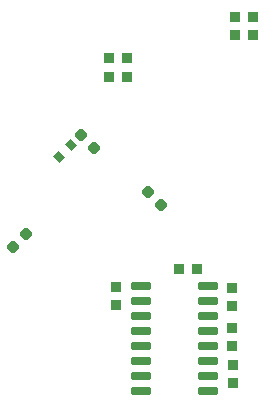
<source format=gbp>
G04*
G04 #@! TF.GenerationSoftware,Altium Limited,Altium NEXUS,4.0.7 (54)*
G04*
G04 Layer_Color=128*
%FSLAX44Y44*%
%MOMM*%
G71*
G04*
G04 #@! TF.SameCoordinates,2F636ACE-6931-4982-A4A6-23C36C612785*
G04*
G04*
G04 #@! TF.FilePolarity,Positive*
G04*
G01*
G75*
G04:AMPARAMS|DCode=18|XSize=0.889mm|YSize=0.889mm|CornerRadius=0.1111mm|HoleSize=0mm|Usage=FLASHONLY|Rotation=180.000|XOffset=0mm|YOffset=0mm|HoleType=Round|Shape=RoundedRectangle|*
%AMROUNDEDRECTD18*
21,1,0.8890,0.6668,0,0,180.0*
21,1,0.6668,0.8890,0,0,180.0*
1,1,0.2223,-0.3334,0.3334*
1,1,0.2223,0.3334,0.3334*
1,1,0.2223,0.3334,-0.3334*
1,1,0.2223,-0.3334,-0.3334*
%
%ADD18ROUNDEDRECTD18*%
G04:AMPARAMS|DCode=19|XSize=0.889mm|YSize=0.889mm|CornerRadius=0.1111mm|HoleSize=0mm|Usage=FLASHONLY|Rotation=270.000|XOffset=0mm|YOffset=0mm|HoleType=Round|Shape=RoundedRectangle|*
%AMROUNDEDRECTD19*
21,1,0.8890,0.6668,0,0,270.0*
21,1,0.6668,0.8890,0,0,270.0*
1,1,0.2223,-0.3334,-0.3334*
1,1,0.2223,-0.3334,0.3334*
1,1,0.2223,0.3334,0.3334*
1,1,0.2223,0.3334,-0.3334*
%
%ADD19ROUNDEDRECTD19*%
G04:AMPARAMS|DCode=23|XSize=0.889mm|YSize=0.889mm|CornerRadius=0.1111mm|HoleSize=0mm|Usage=FLASHONLY|Rotation=315.000|XOffset=0mm|YOffset=0mm|HoleType=Round|Shape=RoundedRectangle|*
%AMROUNDEDRECTD23*
21,1,0.8890,0.6668,0,0,315.0*
21,1,0.6668,0.8890,0,0,315.0*
1,1,0.2223,0.0000,-0.4715*
1,1,0.2223,-0.4715,0.0000*
1,1,0.2223,0.0000,0.4715*
1,1,0.2223,0.4715,0.0000*
%
%ADD23ROUNDEDRECTD23*%
G04:AMPARAMS|DCode=46|XSize=0.6mm|YSize=0.8mm|CornerRadius=0mm|HoleSize=0mm|Usage=FLASHONLY|Rotation=225.000|XOffset=0mm|YOffset=0mm|HoleType=Round|Shape=Rectangle|*
%AMROTATEDRECTD46*
4,1,4,-0.0707,0.4950,0.4950,-0.0707,0.0707,-0.4950,-0.4950,0.0707,-0.0707,0.4950,0.0*
%
%ADD46ROTATEDRECTD46*%

G04:AMPARAMS|DCode=47|XSize=0.65mm|YSize=1.65mm|CornerRadius=0.0488mm|HoleSize=0mm|Usage=FLASHONLY|Rotation=90.000|XOffset=0mm|YOffset=0mm|HoleType=Round|Shape=RoundedRectangle|*
%AMROUNDEDRECTD47*
21,1,0.6500,1.5525,0,0,90.0*
21,1,0.5525,1.6500,0,0,90.0*
1,1,0.0975,0.7763,0.2763*
1,1,0.0975,0.7763,-0.2763*
1,1,0.0975,-0.7763,-0.2763*
1,1,0.0975,-0.7763,0.2763*
%
%ADD47ROUNDEDRECTD47*%
G04:AMPARAMS|DCode=48|XSize=0.889mm|YSize=0.889mm|CornerRadius=0.1111mm|HoleSize=0mm|Usage=FLASHONLY|Rotation=45.000|XOffset=0mm|YOffset=0mm|HoleType=Round|Shape=RoundedRectangle|*
%AMROUNDEDRECTD48*
21,1,0.8890,0.6668,0,0,45.0*
21,1,0.6668,0.8890,0,0,45.0*
1,1,0.2223,0.4715,0.0000*
1,1,0.2223,0.0000,-0.4715*
1,1,0.2223,-0.4715,0.0000*
1,1,0.2223,0.0000,0.4715*
%
%ADD48ROUNDEDRECTD48*%
D18*
X329976Y177056D02*
D03*
X314736D02*
D03*
X255010Y340000D02*
D03*
X270250D02*
D03*
Y355750D02*
D03*
X255010D02*
D03*
X361880Y391000D02*
D03*
X377120D02*
D03*
X362130Y375750D02*
D03*
X377370D02*
D03*
D19*
X359250Y145630D02*
D03*
Y160870D02*
D03*
X261250Y146760D02*
D03*
Y162000D02*
D03*
X360250Y81130D02*
D03*
Y96370D02*
D03*
X359250Y112380D02*
D03*
X359250Y127620D02*
D03*
D23*
X231750Y290750D02*
D03*
X242526Y279974D02*
D03*
X288224Y242276D02*
D03*
X299000Y231500D02*
D03*
D46*
X222950Y282200D02*
D03*
X213050Y272300D02*
D03*
D47*
X282250Y74050D02*
D03*
Y86750D02*
D03*
Y99450D02*
D03*
Y112150D02*
D03*
Y124850D02*
D03*
Y137550D02*
D03*
Y150250D02*
D03*
Y162950D02*
D03*
X338750Y74050D02*
D03*
Y86750D02*
D03*
Y99450D02*
D03*
Y112150D02*
D03*
Y124850D02*
D03*
Y137550D02*
D03*
Y150250D02*
D03*
Y162950D02*
D03*
D48*
X184888Y206638D02*
D03*
X174112Y195862D02*
D03*
M02*

</source>
